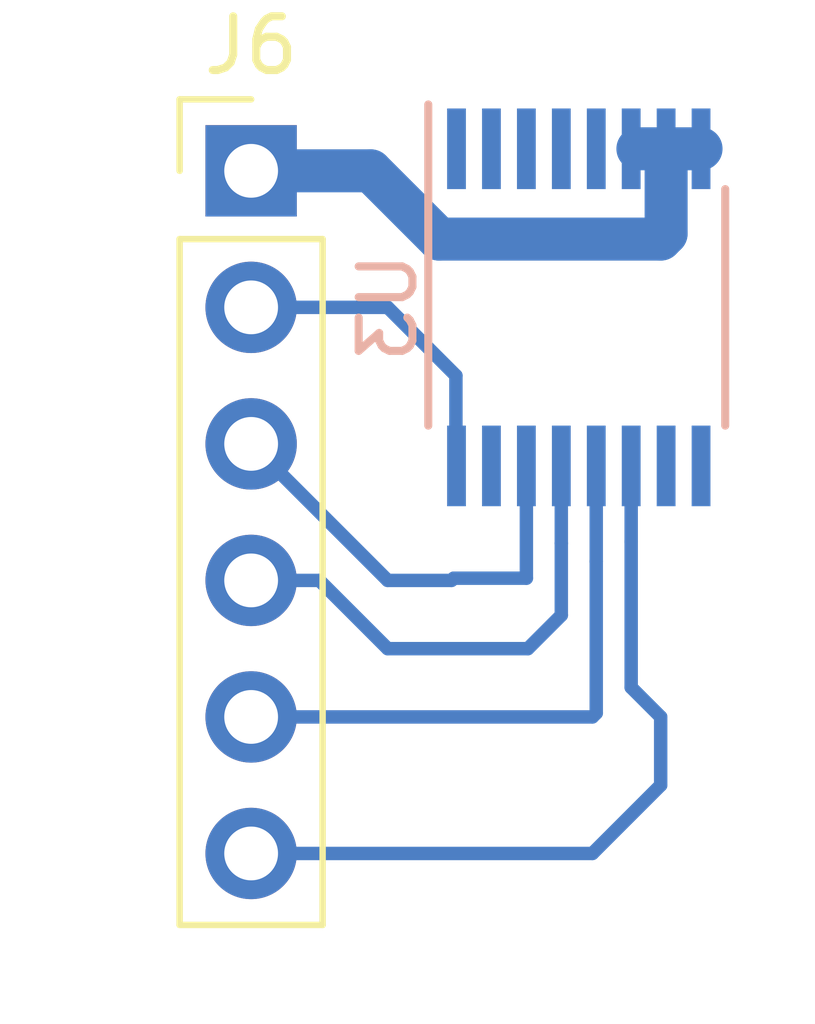
<source format=kicad_pcb>
(kicad_pcb (version 20171130) (host pcbnew 5.0.2-bee76a0~70~ubuntu18.04.1)

  (general
    (thickness 1.6)
    (drawings 0)
    (tracks 33)
    (zones 0)
    (modules 2)
    (nets 7)
  )

  (page A4)
  (layers
    (0 F.Cu signal)
    (31 B.Cu signal)
    (32 B.Adhes user)
    (33 F.Adhes user)
    (34 B.Paste user)
    (35 F.Paste user)
    (36 B.SilkS user)
    (37 F.SilkS user)
    (38 B.Mask user)
    (39 F.Mask user)
    (40 Dwgs.User user)
    (41 Cmts.User user)
    (42 Eco1.User user)
    (43 Eco2.User user)
    (44 Edge.Cuts user)
    (45 Margin user)
    (46 B.CrtYd user)
    (47 F.CrtYd user)
    (48 B.Fab user)
    (49 F.Fab user)
  )

  (setup
    (last_trace_width 0.25)
    (user_trace_width 0.3)
    (user_trace_width 0.6)
    (user_trace_width 1)
    (trace_clearance 0.2)
    (zone_clearance 1)
    (zone_45_only no)
    (trace_min 0.2)
    (segment_width 0.2)
    (edge_width 0.15)
    (via_size 0.8)
    (via_drill 0.4)
    (via_min_size 0.4)
    (via_min_drill 0.3)
    (user_via 0.4 0.3)
    (uvia_size 0.3)
    (uvia_drill 0.1)
    (uvias_allowed no)
    (uvia_min_size 0.2)
    (uvia_min_drill 0.1)
    (pcb_text_width 0.3)
    (pcb_text_size 1.5 1.5)
    (mod_edge_width 0.15)
    (mod_text_size 1 1)
    (mod_text_width 0.15)
    (pad_size 2 2)
    (pad_drill 0.4)
    (pad_to_mask_clearance 0.051)
    (solder_mask_min_width 0.25)
    (aux_axis_origin 0 0)
    (visible_elements FFFFFF7F)
    (pcbplotparams
      (layerselection 0x010fc_ffffffff)
      (usegerberextensions false)
      (usegerberattributes false)
      (usegerberadvancedattributes false)
      (creategerberjobfile false)
      (excludeedgelayer true)
      (linewidth 0.100000)
      (plotframeref false)
      (viasonmask false)
      (mode 1)
      (useauxorigin false)
      (hpglpennumber 1)
      (hpglpenspeed 20)
      (hpglpendiameter 15.000000)
      (psnegative false)
      (psa4output false)
      (plotreference true)
      (plotvalue true)
      (plotinvisibletext false)
      (padsonsilk false)
      (subtractmaskfromsilk false)
      (outputformat 4)
      (mirror false)
      (drillshape 1)
      (scaleselection 1)
      (outputdirectory ""))
  )

  (net 0 "")
  (net 1 GND)
  (net 2 /+3v3)
  (net 3 /B14)
  (net 4 /B13)
  (net 5 /B12)
  (net 6 /B11)

  (net_class Default "This is the default net class."
    (clearance 0.2)
    (trace_width 0.25)
    (via_dia 0.8)
    (via_drill 0.4)
    (uvia_dia 0.3)
    (uvia_drill 0.1)
    (add_net /+3v3)
    (add_net /B11)
    (add_net /B12)
    (add_net /B13)
    (add_net /B14)
  )

  (net_class Nova ""
    (clearance 0.2)
    (trace_width 0.3)
    (via_dia 0.8)
    (via_drill 0.4)
    (uvia_dia 0.3)
    (uvia_drill 0.1)
  )

  (net_class gnd ""
    (clearance 0.2)
    (trace_width 0.6)
    (via_dia 0.8)
    (via_drill 0.4)
    (uvia_dia 0.3)
    (uvia_drill 0.1)
  )

  (net_class vcc ""
    (clearance 0.2)
    (trace_width 0.8)
    (via_dia 0.8)
    (via_drill 0.4)
    (uvia_dia 0.3)
    (uvia_drill 0.1)
    (add_net GND)
  )

  (module Package_SO:TSSOP-16_4.4x5mm_P0.65mm locked (layer B.Cu) (tedit 5BDAB62C) (tstamp 5BECCD0E)
    (at 25.146 44.45 270)
    (descr "16-Lead Plastic Thin Shrink Small Outline (ST)-4.4 mm Body [TSSOP] (see Microchip Packaging Specification 00000049BS.pdf)")
    (tags "SSOP 0.65")
    (path /5BCE47BE)
    (attr smd)
    (fp_text reference U3 (at 0 3.55 270) (layer B.SilkS)
      (effects (font (size 1 1) (thickness 0.15)) (justify mirror))
    )
    (fp_text value ADG733BRU (at 0 -3.55 270) (layer B.Fab)
      (effects (font (size 1 1) (thickness 0.15)) (justify mirror))
    )
    (fp_text user %R (at 0 0 270) (layer B.Fab)
      (effects (font (size 0.8 0.8) (thickness 0.15)) (justify mirror))
    )
    (fp_line (start -3.775 2.8) (end 2.2 2.8) (layer B.SilkS) (width 0.15))
    (fp_line (start -2.2 -2.725) (end 2.2 -2.725) (layer B.SilkS) (width 0.15))
    (fp_line (start -3.95 -2.8) (end 3.95 -2.8) (layer B.CrtYd) (width 0.05))
    (fp_line (start -3.95 2.9) (end 3.95 2.9) (layer B.CrtYd) (width 0.05))
    (fp_line (start 3.95 2.9) (end 3.95 -2.8) (layer B.CrtYd) (width 0.05))
    (fp_line (start -3.95 2.9) (end -3.95 -2.8) (layer B.CrtYd) (width 0.05))
    (fp_line (start -2.2 1.5) (end -1.2 2.5) (layer B.Fab) (width 0.15))
    (fp_line (start -2.2 -2.5) (end -2.2 1.5) (layer B.Fab) (width 0.15))
    (fp_line (start 2.2 -2.5) (end -2.2 -2.5) (layer B.Fab) (width 0.15))
    (fp_line (start 2.2 2.5) (end 2.2 -2.5) (layer B.Fab) (width 0.15))
    (fp_line (start -1.2 2.5) (end 2.2 2.5) (layer B.Fab) (width 0.15))
    (pad 16 smd rect (at 2.95 2.275 270) (size 1.5 0.35) (layers B.Cu B.Paste B.Mask)
      (net 2 /+3v3))
    (pad 15 smd rect (at 2.95 1.625 270) (size 1.5 0.35) (layers B.Cu B.Paste B.Mask))
    (pad 14 smd rect (at 2.95 0.975 270) (size 1.5 0.35) (layers B.Cu B.Paste B.Mask)
      (net 3 /B14))
    (pad 13 smd rect (at 2.95 0.325 270) (size 1.5 0.35) (layers B.Cu B.Paste B.Mask)
      (net 4 /B13))
    (pad 12 smd rect (at 2.95 -0.325 270) (size 1.5 0.35) (layers B.Cu B.Paste B.Mask)
      (net 5 /B12))
    (pad 11 smd rect (at 2.95 -0.975 270) (size 1.5 0.35) (layers B.Cu B.Paste B.Mask)
      (net 6 /B11))
    (pad 10 smd rect (at 2.95 -1.625 270) (size 1.5 0.35) (layers B.Cu B.Paste B.Mask))
    (pad 9 smd rect (at 2.95 -2.275 270) (size 1.5 0.35) (layers B.Cu B.Paste B.Mask))
    (pad 8 smd rect (at -2.95 -2.275 270) (size 1.5 0.35) (layers B.Cu B.Paste B.Mask)
      (net 1 GND))
    (pad 7 smd rect (at -2.95 -1.625 270) (size 1.5 0.35) (layers B.Cu B.Paste B.Mask)
      (net 1 GND))
    (pad 6 smd rect (at -2.95 -0.975 270) (size 1.5 0.35) (layers B.Cu B.Paste B.Mask)
      (net 1 GND))
    (pad 5 smd rect (at -2.95 -0.325 270) (size 1.5 0.35) (layers B.Cu B.Paste B.Mask))
    (pad 4 smd rect (at -2.95 0.325 270) (size 1.5 0.35) (layers B.Cu B.Paste B.Mask))
    (pad 3 smd rect (at -2.95 0.975 270) (size 1.5 0.35) (layers B.Cu B.Paste B.Mask))
    (pad 2 smd rect (at -2.95 1.625 270) (size 1.5 0.35) (layers B.Cu B.Paste B.Mask))
    (pad 1 smd rect (at -2.95 2.275 270) (size 1.5 0.35) (layers B.Cu B.Paste B.Mask))
    (model ${KISYS3DMOD}/Package_SO.3dshapes/TSSOP-16_4.4x5mm_P0.65mm.wrl
      (at (xyz 0 0 0))
      (scale (xyz 1 1 1))
      (rotate (xyz 0 0 0))
    )
  )

  (module Connector_PinHeader_2.54mm:PinHeader_1x06_P2.54mm_Vertical (layer F.Cu) (tedit 59FED5CC) (tstamp 5C1B3836)
    (at 19.05 41.91)
    (descr "Through hole straight pin header, 1x06, 2.54mm pitch, single row")
    (tags "Through hole pin header THT 1x06 2.54mm single row")
    (path /5C27A758)
    (fp_text reference J6 (at 0 -2.33) (layer F.SilkS)
      (effects (font (size 1 1) (thickness 0.15)))
    )
    (fp_text value Conn_01x06 (at 0 15.03) (layer F.Fab)
      (effects (font (size 1 1) (thickness 0.15)))
    )
    (fp_line (start -0.635 -1.27) (end 1.27 -1.27) (layer F.Fab) (width 0.1))
    (fp_line (start 1.27 -1.27) (end 1.27 13.97) (layer F.Fab) (width 0.1))
    (fp_line (start 1.27 13.97) (end -1.27 13.97) (layer F.Fab) (width 0.1))
    (fp_line (start -1.27 13.97) (end -1.27 -0.635) (layer F.Fab) (width 0.1))
    (fp_line (start -1.27 -0.635) (end -0.635 -1.27) (layer F.Fab) (width 0.1))
    (fp_line (start -1.33 14.03) (end 1.33 14.03) (layer F.SilkS) (width 0.12))
    (fp_line (start -1.33 1.27) (end -1.33 14.03) (layer F.SilkS) (width 0.12))
    (fp_line (start 1.33 1.27) (end 1.33 14.03) (layer F.SilkS) (width 0.12))
    (fp_line (start -1.33 1.27) (end 1.33 1.27) (layer F.SilkS) (width 0.12))
    (fp_line (start -1.33 0) (end -1.33 -1.33) (layer F.SilkS) (width 0.12))
    (fp_line (start -1.33 -1.33) (end 0 -1.33) (layer F.SilkS) (width 0.12))
    (fp_line (start -1.8 -1.8) (end -1.8 14.5) (layer F.CrtYd) (width 0.05))
    (fp_line (start -1.8 14.5) (end 1.8 14.5) (layer F.CrtYd) (width 0.05))
    (fp_line (start 1.8 14.5) (end 1.8 -1.8) (layer F.CrtYd) (width 0.05))
    (fp_line (start 1.8 -1.8) (end -1.8 -1.8) (layer F.CrtYd) (width 0.05))
    (fp_text user %R (at 0 6.35 90) (layer F.Fab)
      (effects (font (size 1 1) (thickness 0.15)))
    )
    (pad 1 thru_hole rect (at 0 0) (size 1.7 1.7) (drill 1) (layers *.Cu *.Mask)
      (net 1 GND))
    (pad 2 thru_hole oval (at 0 2.54) (size 1.7 1.7) (drill 1) (layers *.Cu *.Mask)
      (net 2 /+3v3))
    (pad 3 thru_hole oval (at 0 5.08) (size 1.7 1.7) (drill 1) (layers *.Cu *.Mask)
      (net 3 /B14))
    (pad 4 thru_hole oval (at 0 7.62) (size 1.7 1.7) (drill 1) (layers *.Cu *.Mask)
      (net 4 /B13))
    (pad 5 thru_hole oval (at 0 10.16) (size 1.7 1.7) (drill 1) (layers *.Cu *.Mask)
      (net 5 /B12))
    (pad 6 thru_hole oval (at 0 12.7) (size 1.7 1.7) (drill 1) (layers *.Cu *.Mask)
      (net 6 /B11))
    (model ${KISYS3DMOD}/Connector_PinHeader_2.54mm.3dshapes/PinHeader_1x06_P2.54mm_Vertical.wrl
      (at (xyz 0 0 0))
      (scale (xyz 1 1 1))
      (rotate (xyz 0 0 0))
    )
  )

  (segment (start 27.421 41.5) (end 26.771 41.5) (width 0.8) (layer B.Cu) (net 1))
  (segment (start 26.771 41.5) (end 26.246001 41.5) (width 0.8) (layer B.Cu) (net 1))
  (segment (start 26.771 41.5) (end 26.771 43.079) (width 0.8) (layer B.Cu) (net 1))
  (segment (start 26.771 43.079) (end 26.67 43.18) (width 0.8) (layer B.Cu) (net 1))
  (segment (start 26.67 43.18) (end 22.545998 43.18) (width 0.8) (layer B.Cu) (net 1))
  (segment (start 21.275998 41.91) (end 19.05 41.91) (width 0.8) (layer B.Cu) (net 1))
  (segment (start 22.545998 43.18) (end 21.275998 41.91) (width 0.8) (layer B.Cu) (net 1))
  (segment (start 22.871 46.825) (end 22.86 46.814) (width 0.25) (layer B.Cu) (net 2))
  (segment (start 22.871 47.4) (end 22.871 46.825) (width 0.25) (layer B.Cu) (net 2))
  (segment (start 22.86 46.814) (end 22.86 45.72) (width 0.25) (layer B.Cu) (net 2))
  (segment (start 21.59 44.45) (end 19.05 44.45) (width 0.25) (layer B.Cu) (net 2))
  (segment (start 22.86 45.72) (end 21.59 44.45) (width 0.25) (layer B.Cu) (net 2))
  (segment (start 24.171 47.4) (end 24.171 49.489) (width 0.25) (layer B.Cu) (net 3))
  (segment (start 22.819 49.489) (end 22.778 49.53) (width 0.25) (layer B.Cu) (net 3))
  (segment (start 24.171 49.489) (end 22.819 49.489) (width 0.25) (layer B.Cu) (net 3))
  (segment (start 21.59 49.53) (end 19.05 46.99) (width 0.25) (layer B.Cu) (net 3))
  (segment (start 22.778 49.53) (end 21.59 49.53) (width 0.25) (layer B.Cu) (net 3))
  (segment (start 24.821 48.839) (end 24.821 47.4) (width 0.25) (layer B.Cu) (net 4))
  (segment (start 24.199 50.8) (end 24.821 50.178) (width 0.25) (layer B.Cu) (net 4))
  (segment (start 24.821 50.178) (end 24.821 48.839) (width 0.25) (layer B.Cu) (net 4))
  (segment (start 21.59 50.8) (end 24.199 50.8) (width 0.25) (layer B.Cu) (net 4))
  (segment (start 19.05 49.53) (end 20.32 49.53) (width 0.25) (layer B.Cu) (net 4))
  (segment (start 20.32 49.53) (end 21.59 50.8) (width 0.25) (layer B.Cu) (net 4))
  (segment (start 25.471 49.178) (end 25.471 51.999) (width 0.25) (layer B.Cu) (net 5))
  (segment (start 25.4 52.07) (end 19.05 52.07) (width 0.25) (layer B.Cu) (net 5))
  (segment (start 25.471 51.999) (end 25.4 52.07) (width 0.25) (layer B.Cu) (net 5))
  (segment (start 25.471 49.178) (end 25.471 47.4) (width 0.25) (layer B.Cu) (net 5))
  (segment (start 26.121 51.521) (end 26.121 48.809) (width 0.25) (layer B.Cu) (net 6))
  (segment (start 26.67 52.07) (end 26.121 51.521) (width 0.25) (layer B.Cu) (net 6))
  (segment (start 26.67 53.34) (end 26.67 52.07) (width 0.25) (layer B.Cu) (net 6))
  (segment (start 26.121 48.809) (end 26.121 47.4) (width 0.25) (layer B.Cu) (net 6))
  (segment (start 19.05 54.61) (end 25.4 54.61) (width 0.25) (layer B.Cu) (net 6))
  (segment (start 25.4 54.61) (end 26.67 53.34) (width 0.25) (layer B.Cu) (net 6))

)

</source>
